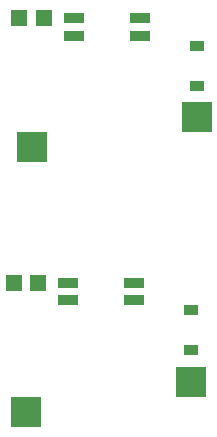
<source format=gbr>
G04 #@! TF.GenerationSoftware,KiCad,Pcbnew,(6.0.2)*
G04 #@! TF.CreationDate,2022-03-11T19:19:16+08:00*
G04 #@! TF.ProjectId,test,74657374-2e6b-4696-9361-645f70636258,rev?*
G04 #@! TF.SameCoordinates,Original*
G04 #@! TF.FileFunction,Paste,Bot*
G04 #@! TF.FilePolarity,Positive*
%FSLAX46Y46*%
G04 Gerber Fmt 4.6, Leading zero omitted, Abs format (unit mm)*
G04 Created by KiCad (PCBNEW (6.0.2)) date 2022-03-11 19:19:16*
%MOMM*%
%LPD*%
G01*
G04 APERTURE LIST*
%ADD10R,1.778000X0.889000*%
%ADD11R,1.410000X1.350000*%
%ADD12R,2.540000X2.540000*%
%ADD13R,1.150000X0.950000*%
G04 APERTURE END LIST*
D10*
X48429000Y57919000D03*
D11*
X45850000Y57919000D03*
D10*
X48429000Y56441000D03*
D12*
X44850000Y47020000D03*
D13*
X58820000Y55595000D03*
D10*
X53971000Y56441000D03*
D11*
X43790000Y57919000D03*
D10*
X53971000Y57919000D03*
D12*
X58820000Y49560000D03*
D13*
X58820000Y52211000D03*
D11*
X45350000Y35519000D03*
D10*
X47929000Y35519000D03*
X47929000Y34041000D03*
D12*
X44350000Y24620000D03*
D13*
X58320000Y33195000D03*
D10*
X53471000Y34041000D03*
D11*
X43290000Y35519000D03*
D10*
X53471000Y35519000D03*
D12*
X58320000Y27160000D03*
D13*
X58320000Y29811000D03*
M02*

</source>
